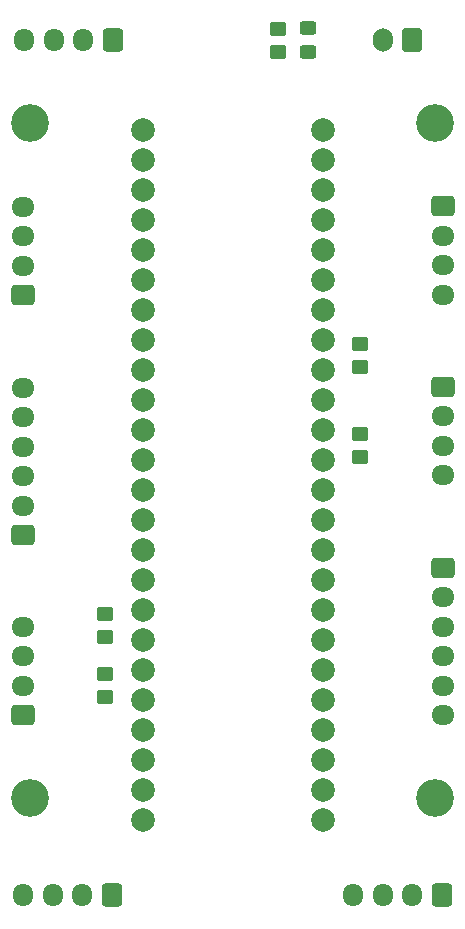
<source format=gbr>
%TF.GenerationSoftware,KiCad,Pcbnew,8.0.3*%
%TF.CreationDate,2024-09-25T15:42:15-04:00*%
%TF.ProjectId,mcu-board,6d63752d-626f-4617-9264-2e6b69636164,rev?*%
%TF.SameCoordinates,Original*%
%TF.FileFunction,Soldermask,Top*%
%TF.FilePolarity,Negative*%
%FSLAX46Y46*%
G04 Gerber Fmt 4.6, Leading zero omitted, Abs format (unit mm)*
G04 Created by KiCad (PCBNEW 8.0.3) date 2024-09-25 15:42:15*
%MOMM*%
%LPD*%
G01*
G04 APERTURE LIST*
G04 Aperture macros list*
%AMRoundRect*
0 Rectangle with rounded corners*
0 $1 Rounding radius*
0 $2 $3 $4 $5 $6 $7 $8 $9 X,Y pos of 4 corners*
0 Add a 4 corners polygon primitive as box body*
4,1,4,$2,$3,$4,$5,$6,$7,$8,$9,$2,$3,0*
0 Add four circle primitives for the rounded corners*
1,1,$1+$1,$2,$3*
1,1,$1+$1,$4,$5*
1,1,$1+$1,$6,$7*
1,1,$1+$1,$8,$9*
0 Add four rect primitives between the rounded corners*
20,1,$1+$1,$2,$3,$4,$5,0*
20,1,$1+$1,$4,$5,$6,$7,0*
20,1,$1+$1,$6,$7,$8,$9,0*
20,1,$1+$1,$8,$9,$2,$3,0*%
G04 Aperture macros list end*
%ADD10RoundRect,0.250000X-0.725000X0.600000X-0.725000X-0.600000X0.725000X-0.600000X0.725000X0.600000X0*%
%ADD11O,1.950000X1.700000*%
%ADD12RoundRect,0.250000X-0.450000X0.350000X-0.450000X-0.350000X0.450000X-0.350000X0.450000X0.350000X0*%
%ADD13C,3.200000*%
%ADD14RoundRect,0.250000X0.600000X0.725000X-0.600000X0.725000X-0.600000X-0.725000X0.600000X-0.725000X0*%
%ADD15O,1.700000X1.950000*%
%ADD16RoundRect,0.250000X0.600000X0.750000X-0.600000X0.750000X-0.600000X-0.750000X0.600000X-0.750000X0*%
%ADD17O,1.700000X2.000000*%
%ADD18RoundRect,0.250000X0.725000X-0.600000X0.725000X0.600000X-0.725000X0.600000X-0.725000X-0.600000X0*%
%ADD19RoundRect,0.250000X0.450000X-0.350000X0.450000X0.350000X-0.450000X0.350000X-0.450000X-0.350000X0*%
%ADD20C,2.000000*%
%ADD21RoundRect,0.250000X0.450000X-0.325000X0.450000X0.325000X-0.450000X0.325000X-0.450000X-0.325000X0*%
G04 APERTURE END LIST*
D10*
%TO.C,J8*%
X182880000Y-78940000D03*
D11*
X182880000Y-81440000D03*
X182880000Y-83940000D03*
X182880000Y-86440000D03*
X182880000Y-88940000D03*
X182880000Y-91440000D03*
%TD*%
D12*
%TO.C,R4*%
X154305000Y-82820000D03*
X154305000Y-84820000D03*
%TD*%
D10*
%TO.C,J5*%
X182880000Y-48340000D03*
D11*
X182880000Y-50840000D03*
X182880000Y-53340000D03*
X182880000Y-55840000D03*
%TD*%
D13*
%TO.C,H3*%
X182245000Y-41275000D03*
%TD*%
D14*
%TO.C,J3*%
X154940000Y-34290000D03*
D15*
X152440000Y-34290000D03*
X149940000Y-34290000D03*
X147440000Y-34290000D03*
%TD*%
D16*
%TO.C,J9*%
X180300000Y-34290000D03*
D17*
X177800000Y-34290000D03*
%TD*%
D10*
%TO.C,J1*%
X182880000Y-63620000D03*
D11*
X182880000Y-66120000D03*
X182880000Y-68620000D03*
X182880000Y-71120000D03*
%TD*%
D18*
%TO.C,J2*%
X147320000Y-91440000D03*
D11*
X147320000Y-88940000D03*
X147320000Y-86440000D03*
X147320000Y-83940000D03*
%TD*%
D13*
%TO.C,H4*%
X147955000Y-41275000D03*
%TD*%
D19*
%TO.C,R5*%
X168910000Y-35290000D03*
X168910000Y-33290000D03*
%TD*%
D12*
%TO.C,R3*%
X154305000Y-87900000D03*
X154305000Y-89900000D03*
%TD*%
D13*
%TO.C,H1*%
X147955000Y-98425000D03*
%TD*%
D14*
%TO.C,J7*%
X182800000Y-106680000D03*
D15*
X180300000Y-106680000D03*
X177800000Y-106680000D03*
X175300000Y-106680000D03*
%TD*%
D19*
%TO.C,R1*%
X175895000Y-61960000D03*
X175895000Y-59960000D03*
%TD*%
%TO.C,R2*%
X175895000Y-69580000D03*
X175895000Y-67580000D03*
%TD*%
D14*
%TO.C,J6*%
X154860000Y-106680000D03*
D15*
X152360000Y-106680000D03*
X149860000Y-106680000D03*
X147360000Y-106680000D03*
%TD*%
D18*
%TO.C,J10*%
X147320000Y-76200000D03*
D11*
X147320000Y-73700000D03*
X147320000Y-71200000D03*
X147320000Y-68700000D03*
X147320000Y-66200000D03*
X147320000Y-63700000D03*
%TD*%
D20*
%TO.C,Teensy4.2*%
X157480000Y-41910000D03*
X157480000Y-44450000D03*
X157480000Y-46990000D03*
X157480000Y-49530000D03*
X157480000Y-52070000D03*
X157480000Y-54610000D03*
X157480000Y-57150000D03*
X157480000Y-59690000D03*
X157480000Y-62230000D03*
X157480000Y-64770000D03*
X157480000Y-67310000D03*
X157480000Y-69850000D03*
X157480000Y-72390000D03*
X157480000Y-74930000D03*
X157480000Y-77470000D03*
X157480000Y-80010000D03*
X157480000Y-82550000D03*
X157480000Y-85090000D03*
X157480000Y-87630000D03*
X157480000Y-90170000D03*
X157480000Y-92710000D03*
X157480000Y-95250000D03*
X157480000Y-97790000D03*
X157480000Y-100330000D03*
X172720000Y-100330000D03*
X172720000Y-97790000D03*
X172720000Y-95250000D03*
X172720000Y-92710000D03*
X172720000Y-90170000D03*
X172720000Y-87630000D03*
X172720000Y-85090000D03*
X172720000Y-82550000D03*
X172720000Y-80010000D03*
X172720000Y-77470000D03*
X172720000Y-74930000D03*
X172720000Y-72390000D03*
X172720000Y-69850000D03*
X172720000Y-67310000D03*
X172720000Y-64770000D03*
X172720000Y-62230000D03*
X172720000Y-59690000D03*
X172720000Y-57150000D03*
X172720000Y-54610000D03*
X172720000Y-52070000D03*
X172720000Y-49530000D03*
X172720000Y-46990000D03*
X172720000Y-44450000D03*
X172720000Y-41910000D03*
%TD*%
D18*
%TO.C,J4*%
X147320000Y-55880000D03*
D11*
X147320000Y-53380000D03*
X147320000Y-50880000D03*
X147320000Y-48380000D03*
%TD*%
D21*
%TO.C,D1*%
X171450000Y-35315000D03*
X171450000Y-33265000D03*
%TD*%
D13*
%TO.C,H2*%
X182245000Y-98425000D03*
%TD*%
M02*

</source>
